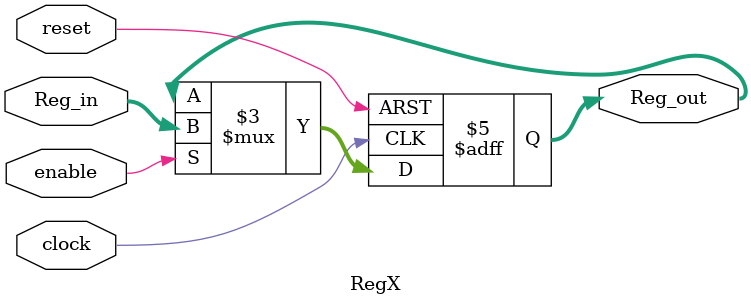
<source format=v>
module RegX(
    input clock, reset, enable,
    input [7:0] Reg_in,
    output reg [7:0] Reg_out
);
    always @(posedge clock or negedge reset) begin
        begin: REGISTER
            if(!reset) Reg_out <= 8'bx;
            else if(enable) Reg_out <= Reg_in;
        end
    end
    
endmodule
</source>
